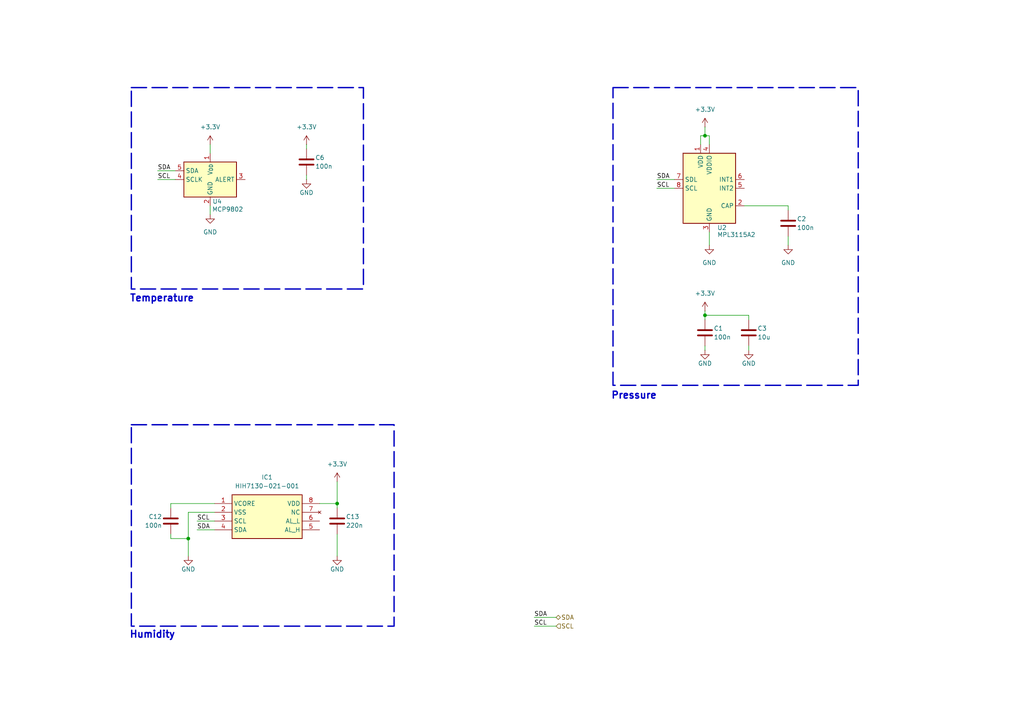
<source format=kicad_sch>
(kicad_sch (version 20231120) (generator "eeschema") (generator_version "8.0")
  (paper "A4")
  (lib_symbols
    (symbol "Device:C" (pin_numbers hide) (pin_names (offset 0.254))
      (property "Reference" "C" (at 0.635 2.54 0))
      (property "Value" "C" (at 0.635 -2.54 0))
      (symbol "C_0_1"
        (polyline (pts (xy -2.032 -0.762) (xy 2.032 -0.762)) (stroke (width 0.508)))
        (polyline (pts (xy -2.032 0.762) (xy 2.032 0.762)) (stroke (width 0.508)))
      )
      (symbol "C_1_1"
        (pin passive line (at 0 3.81 270) (length 2.794) (name "~") (number "1"))
        (pin passive line (at 0 -3.81 90) (length 2.794) (name "~") (number "2"))
      )
    )
    (symbol "Library:HIH7130-021-001"
      (property "Reference" "IC" (at 26.67 7.62 0))
      (property "Value" "HIH7130-021-001" (at 26.67 5.08 0))
      (symbol "HIH7130-021-001_1_1"
        (rectangle (start 5.08 2.54) (end 25.4 -10.16) (stroke (width 0.254)) (fill (type background)))
        (pin passive line (at 0 0 0) (length 5.08) (name "VCORE") (number "1"))
        (pin passive line (at 0 -2.54 0) (length 5.08) (name "VSS") (number "2"))
        (pin passive line (at 0 -5.08 0) (length 5.08) (name "SCL") (number "3"))
        (pin passive line (at 0 -7.62 0) (length 5.08) (name "SDA") (number "4"))
        (pin passive line (at 30.48 -7.62 180) (length 5.08) (name "AL_H") (number "5"))
        (pin passive line (at 30.48 -5.08 180) (length 5.08) (name "AL_L") (number "6"))
        (pin no_connect line (at 30.48 -2.54 180) (length 5.08) (name "NC") (number "7"))
        (pin passive line (at 30.48 0 180) (length 5.08) (name "VDD") (number "8"))
      )
    )
    (symbol "Sensor_Pressure:MPL3115A2"
      (property "Reference" "U" (at -6.35 11.43 0))
      (property "Value" "MPL3115A2" (at 6.35 11.43 0))
      (symbol "MPL3115A2_0_1"
        (rectangle (start 7.62 10.16) (end -7.62 -10.16) (stroke (width 0.254)) (fill (type background)))
      )
      (symbol "MPL3115A2_1_1"
        (pin power_in line (at -2.54 12.7 270) (length 2.54) (name "VDD") (number "1"))
        (pin passive line (at 10.16 -5.08 180) (length 2.54) (name "CAP") (number "2"))
        (pin power_in line (at 0 -12.7 90) (length 2.54) (name "GND") (number "3"))
        (pin power_in line (at 0 12.7 270) (length 2.54) (name "VDDIO") (number "4"))
        (pin open_collector line (at 10.16 0 180) (length 2.54) (name "INT2") (number "5"))
        (pin open_collector line (at 10.16 2.54 180) (length 2.54) (name "INT1") (number "6"))
        (pin bidirectional line (at -10.16 2.54 0) (length 2.54) (name "SDL") (number "7"))
        (pin input line (at -10.16 0 0) (length 2.54) (name "SCL") (number "8"))
      )
    )
    (symbol "Sensor_Temperature:MCP9802Ax-xOT"
      (property "Reference" "U" (at -6.35 6.35 0))
      (property "Value" "MCP9802Ax-xOT" (at 8.89 6.35 0))
      (symbol "MCP9802Ax-xOT_0_1"
        (rectangle (start -7.62 5.08) (end 7.62 -5.08) (stroke (width 0.254)) (fill (type background)))
      )
      (symbol "MCP9802Ax-xOT_1_1"
        (pin power_in line (at 0 7.62 270) (length 2.54) (name "V_{DD}") (number "1"))
        (pin power_in line (at 0 -7.62 90) (length 2.54) (name "GND") (number "2"))
        (pin output line (at 10.16 0 180) (length 2.54) (name "ALERT") (number "3"))
        (pin input line (at -10.16 0 0) (length 2.54) (name "SCLK") (number "4"))
        (pin bidirectional line (at -10.16 2.54 0) (length 2.54) (name "SDA") (number "5"))
      )
    )
    (symbol "power:+3.3V" (power) (pin_numbers hide) (pin_names (offset 0) hide)
      (property "Value" "+3.3V" (at 0 3.556 0))
      (symbol "+3.3V_0_1"
        (polyline (pts (xy -0.762 1.27) (xy 0 2.54)))
        (polyline (pts (xy 0 0) (xy 0 2.54)))
        (polyline (pts (xy 0 2.54) (xy 0.762 1.27)))
      )
      (symbol "+3.3V_1_1"
        (pin power_in line (at 0 0 90) (length 0) (name "~") (number "1"))
      )
    )
    (symbol "power:GND" (power) (pin_numbers hide) (pin_names (offset 0) hide)
      (property "Value" "GND" (at 0 -3.81 0))
      (symbol "GND_0_1"
        (polyline (pts (xy 0 0) (xy 0 -1.27) (xy 1.27 -1.27) (xy 0 -2.54) (xy -1.27 -1.27) (xy 0 -1.27)))
      )
      (symbol "GND_1_1"
        (pin power_in line (at 0 0 270) (length 0) (name "~") (number "1"))
      )
    )
  )
  (junction (at 54.61 156.21))
  (junction (at 204.47 91.44))
  (junction (at 97.79 146.05))
  (junction (at 204.47 39.37))
  (wire (pts (xy 49.53 156.21) (xy 54.61 156.21)))
  (wire (pts (xy 205.74 39.37) (xy 204.47 39.37)))
  (wire (pts (xy 228.6 68.58) (xy 228.6 71.12)))
  (wire (pts (xy 190.5 54.61) (xy 195.58 54.61)))
  (wire (pts (xy 204.47 90.17) (xy 204.47 91.44)))
  (wire (pts (xy 88.9 52.07) (xy 88.9 50.8)))
  (wire (pts (xy 57.15 151.13) (xy 62.23 151.13)))
  (wire (pts (xy 205.74 67.31) (xy 205.74 71.12)))
  (wire (pts (xy 204.47 36.83) (xy 204.47 39.37)))
  (wire (pts (xy 204.47 91.44) (xy 217.17 91.44)))
  (wire (pts (xy 62.23 146.05) (xy 49.53 146.05)))
  (wire (pts (xy 60.96 41.91) (xy 60.96 44.45)))
  (wire (pts (xy 215.9 59.69) (xy 228.6 59.69)))
  (wire (pts (xy 217.17 92.71) (xy 217.17 91.44)))
  (wire (pts (xy 57.15 153.67) (xy 62.23 153.67)))
  (wire (pts (xy 190.5 52.07) (xy 195.58 52.07)))
  (wire (pts (xy 203.2 39.37) (xy 203.2 41.91)))
  (wire (pts (xy 45.72 49.53) (xy 50.8 49.53)))
  (wire (pts (xy 45.72 52.07) (xy 50.8 52.07)))
  (wire (pts (xy 217.17 100.33) (xy 217.17 101.6)))
  (wire (pts (xy 54.61 156.21) (xy 54.61 148.59)))
  (wire (pts (xy 97.79 146.05) (xy 97.79 147.32)))
  (wire (pts (xy 88.9 41.91) (xy 88.9 43.18)))
  (wire (pts (xy 92.71 146.05) (xy 97.79 146.05)))
  (wire (pts (xy 154.94 179.07) (xy 161.29 179.07)))
  (wire (pts (xy 54.61 156.21) (xy 54.61 161.29)))
  (wire (pts (xy 228.6 59.69) (xy 228.6 60.96)))
  (wire (pts (xy 205.74 41.91) (xy 205.74 39.37)))
  (wire (pts (xy 49.53 154.94) (xy 49.53 156.21)))
  (wire (pts (xy 54.61 148.59) (xy 62.23 148.59)))
  (wire (pts (xy 154.94 181.61) (xy 161.29 181.61)))
  (wire (pts (xy 49.53 146.05) (xy 49.53 147.32)))
  (wire (pts (xy 204.47 91.44) (xy 204.47 92.71)))
  (wire (pts (xy 204.47 101.6) (xy 204.47 100.33)))
  (wire (pts (xy 97.79 154.94) (xy 97.79 161.29)))
  (wire (pts (xy 204.47 39.37) (xy 203.2 39.37)))
  (wire (pts (xy 60.96 59.69) (xy 60.96 62.23)))
  (wire (pts (xy 97.79 139.7) (xy 97.79 146.05)))
  (rectangle (start 38.1 25.4) (end 105.41 83.82) (stroke (width 0.4) (type dash)))
  (rectangle (start 38.1 123.19) (end 114.3 181.61) (stroke (width 0.4) (type dash)))
  (rectangle (start 177.8 25.4) (end 248.92 111.76) (stroke (width 0.4) (type dash)))
  (text "Pressure" (at 183.896 114.808 0) (effects (font (size 2 2) (bold yes))))
  (text "Humidity" (at 44.196 184.15 0) (effects (font (size 2 2) (bold yes))))
  (text "Temperature" (at 46.99 86.614 0) (effects (font (size 2 2) (bold yes))))
  (label "SDA" (at 45.72 49.53 0))
  (label "SDA" (at 154.94 179.07 0))
  (label "SCL" (at 154.94 181.61 0))
  (label "SCL" (at 45.72 52.07 0))
  (label "SCL" (at 190.5 54.61 0))
  (label "SCL" (at 57.15 151.13 0))
  (label "SDA" (at 190.5 52.07 0))
  (label "SDA" (at 57.15 153.67 0))
  (hierarchical_label "SDA" (shape bidirectional) (at 161.29 179.07 0))
  (hierarchical_label "SCL" (shape input) (at 161.29 181.61 0))
  (symbol (lib_id "power:+3.3V") (at 204.47 36.83 0) (unit 1)
    (property "Reference" "#PWR05" (effects (hide yes)))
    (property "Value" "+3.3V" (at 204.47 31.75 0))
    (property "Description" "Power symbol creates a global label with name \"+3.3V\"" (effects (hide yes)))
  )
  (symbol (lib_id "Device:C") (at 204.47 96.52 0) (unit 1)
    (property "Reference" "C1" (at 207.01 95.25 0) (effects (justify left)))
    (property "Value" "100n" (at 207.01 97.79 0) (effects (justify left)))
    (property "Description" "Unpolarized capacitor" (effects (hide yes)))
  )
  (symbol (lib_id "Device:C") (at 217.17 96.52 0) (unit 1)
    (property "Reference" "C3" (at 219.71 95.25 0) (effects (justify left)))
    (property "Value" "10u" (at 219.71 97.79 0) (effects (justify left)))
    (property "Description" "Unpolarized capacitor" (effects (hide yes)))
  )
  (symbol (lib_id "power:+3.3V") (at 204.47 90.17 0) (unit 1)
    (property "Reference" "#PWR036" (effects (hide yes)))
    (property "Value" "+3.3V" (at 204.47 85.09 0))
    (property "Description" "Power symbol creates a global label with name \"+3.3V\"" (effects (hide yes)))
  )
  (symbol (lib_id "power:GND") (at 205.74 71.12 0) (unit 1)
    (property "Reference" "#PWR07" (effects (hide yes)))
    (property "Value" "GND" (at 205.74 76.2 0))
    (property "Description" "Power symbol creates a global label with name \"GND\" , ground" (effects (hide yes)))
  )
  (symbol (lib_id "Device:C") (at 49.53 151.13 0) (mirror y) (unit 1)
    (property "Reference" "C12" (at 46.99 149.86 0) (effects (justify left)))
    (property "Value" "100n" (at 46.99 152.4 0) (effects (justify left)))
    (property "Description" "Unpolarized capacitor" (effects (hide yes)))
  )
  (symbol (lib_id "power:GND") (at 60.96 62.23 0) (unit 1)
    (property "Reference" "#PWR04" (effects (hide yes)))
    (property "Value" "GND" (at 60.96 67.31 0))
    (property "Description" "Power symbol creates a global label with name \"GND\" , ground" (effects (hide yes)))
  )
  (symbol (lib_id "power:GND") (at 54.61 161.29 0) (unit 1)
    (property "Reference" "#PWR041" (effects (hide yes)))
    (property "Value" "GND" (at 54.61 165.1 0))
    (property "Description" "Power symbol creates a global label with name \"GND\" , ground" (effects (hide yes)))
  )
  (symbol (lib_id "Device:C") (at 97.79 151.13 0) (unit 1)
    (property "Reference" "C13" (at 100.33 149.86 0) (effects (justify left)))
    (property "Value" "220n" (at 100.33 152.4 0) (effects (justify left)))
    (property "Description" "Unpolarized capacitor" (effects (hide yes)))
  )
  (symbol (lib_id "power:GND") (at 217.17 101.6 0) (unit 1)
    (property "Reference" "#PWR09" (effects (hide yes)))
    (property "Value" "GND" (at 217.17 105.41 0))
    (property "Description" "Power symbol creates a global label with name \"GND\" , ground" (effects (hide yes)))
  )
  (symbol (lib_id "Device:C") (at 88.9 46.99 0) (unit 1)
    (property "Reference" "C6" (at 91.44 45.72 0) (effects (justify left)))
    (property "Value" "100n" (at 91.44 48.26 0) (effects (justify left)))
    (property "Description" "Unpolarized capacitor" (effects (hide yes)))
  )
  (symbol (lib_id "power:GND") (at 228.6 71.12 0) (unit 1)
    (property "Reference" "#PWR06" (effects (hide yes)))
    (property "Value" "GND" (at 228.6 76.2 0))
    (property "Description" "Power symbol creates a global label with name \"GND\" , ground" (effects (hide yes)))
  )
  (symbol (lib_id "Device:C") (at 228.6 64.77 0) (unit 1)
    (property "Reference" "C2" (at 231.14 63.5 0) (effects (justify left)))
    (property "Value" "100n" (at 231.14 66.04 0) (effects (justify left)))
    (property "Description" "Unpolarized capacitor" (effects (hide yes)))
  )
  (symbol (lib_id "power:GND") (at 88.9 52.07 0) (unit 1)
    (property "Reference" "#PWR038" (effects (hide yes)))
    (property "Value" "GND" (at 88.9 55.88 0))
    (property "Description" "Power symbol creates a global label with name \"GND\" , ground" (effects (hide yes)))
  )
  (symbol (lib_id "power:+3.3V") (at 60.96 41.91 0) (unit 1)
    (property "Reference" "#PWR03" (effects (hide yes)))
    (property "Value" "+3.3V" (at 60.96 36.83 0))
    (property "Description" "Power symbol creates a global label with name \"+3.3V\"" (effects (hide yes)))
  )
  (symbol (lib_id "Sensor_Temperature:MCP9802Ax-xOT") (at 60.96 52.07 0) (unit 1)
    (property "Reference" "U4" (at 62.992 58.42 0))
    (property "Value" "MCP9802" (at 66.04 60.706 0))
    (property "Footprint" "Package_TO_SOT_SMD:SOT-23-5" (effects (hide yes)))
    (property "Datasheet" "https://ww1.microchip.com/downloads/aemDocuments/documents/OTH/ProductDocuments/DataSheets/21909d.pdf" (effects (hide yes)))
    (property "Description" "2-Wire High-Accuracy Temperature Sensor, Serial Bus time-out 35 ms, SOT-23-5" (effects (hide yes)))
  )
  (symbol (lib_id "power:GND") (at 97.79 161.29 0) (unit 1)
    (property "Reference" "#PWR042" (effects (hide yes)))
    (property "Value" "GND" (at 97.79 165.1 0))
    (property "Description" "Power symbol creates a global label with name \"GND\" , ground" (effects (hide yes)))
  )
  (symbol (lib_id "power:+3.3V") (at 88.9 41.91 0) (unit 1)
    (property "Reference" "#PWR037" (effects (hide yes)))
    (property "Value" "+3.3V" (at 88.9 36.83 0))
    (property "Description" "Power symbol creates a global label with name \"+3.3V\"" (effects (hide yes)))
  )
  (symbol (lib_id "power:GND") (at 204.47 101.6 0) (unit 1)
    (property "Reference" "#PWR08" (effects (hide yes)))
    (property "Value" "GND" (at 204.47 105.41 0))
    (property "Description" "Power symbol creates a global label with name \"GND\" , ground" (effects (hide yes)))
  )
  (symbol (lib_id "Library:HIH7130-021-001") (at 62.23 146.05 0) (unit 1)
    (property "Reference" "IC1" (at 77.47 138.43 0))
    (property "Value" "HIH7130-021-001" (at 77.47 140.97 0))
    (property "Footprint" "SOIC-8_SMD_1" (effects (hide yes)))
    (property "Datasheet" "https://componentsearchengine.com/Datasheets/1/HIH7130-021-001.pdf" (effects (hide yes)))
    (property "Description" "Honeywell HIH7130-021-001 Humidity Sensor 8-Pin SOIC, -40  +100 C" (effects (hide yes)))
    (property "Mouser Part Number" "785-HIH7130-021-001" (effects (hide yes)))
    (property "Mouser Price/Stock" "https://www.mouser.co.uk/ProductDetail/Honeywell/HIH7130-021-001?qs=jvB%252BdWhGd429O2vYiyoFEw%3D%3D" (effects (hide yes)))
    (property "Manufacturer_Name" "Honeywell" (effects (hide yes)))
    (property "Manufacturer_Part_Number" "HIH7130-021-001" (effects (hide yes)))
  )
  (symbol (lib_id "Sensor_Pressure:MPL3115A2") (at 205.74 54.61 0) (unit 1)
    (property "Reference" "U2" (at 208.026 66.04 0) (effects (justify left)))
    (property "Value" "MPL3115A2" (at 208.026 68.072 0) (effects (justify left)))
    (property "Footprint" "Package_LGA:NXP_LGA-8_3x5mm_P1.25mm_H1.1mm" (effects (hide yes)))
    (property "Datasheet" "https://www.nxp.com/docs/en/data-sheet/MPL3115A2.pdf" (effects (hide yes)))
    (property "Description" "I2C precision pressure sensor with altimetry, LGA-8" (effects (hide yes)))
  )
  (symbol (lib_id "power:+3.3V") (at 97.79 139.7 0) (unit 1)
    (property "Reference" "#PWR040" (effects (hide yes)))
    (property "Value" "+3.3V" (at 97.79 134.62 0))
    (property "Description" "Power symbol creates a global label with name \"+3.3V\"" (effects (hide yes)))
  )
)
</source>
